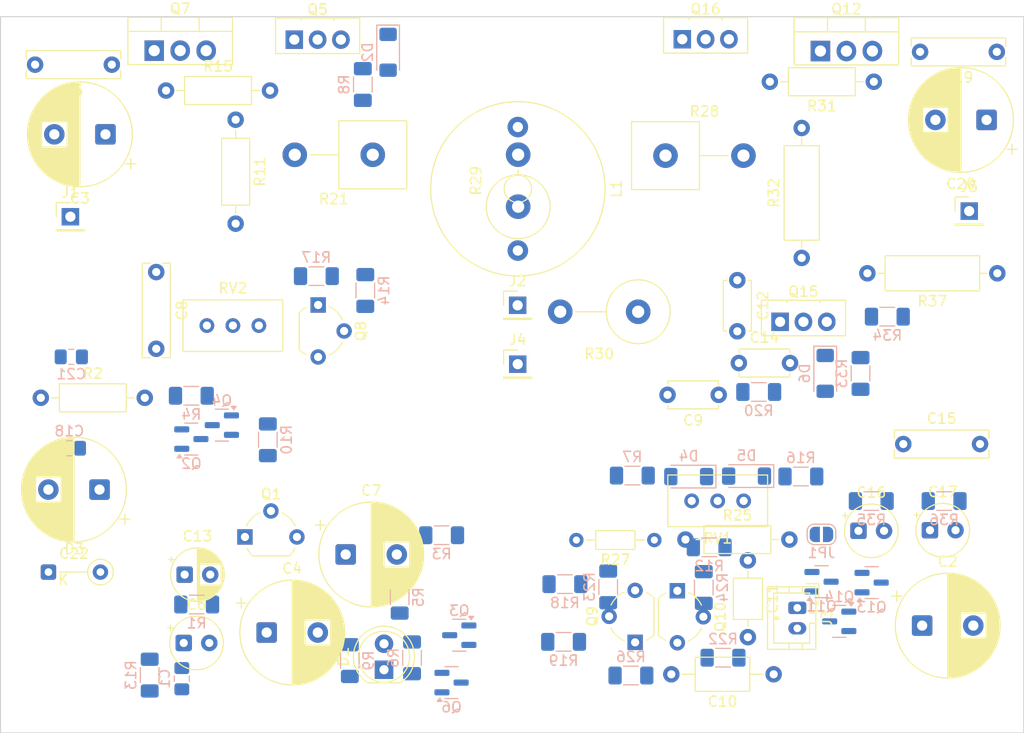
<source format=kicad_pcb>
(kicad_pcb (version 20241229) (generator "pcbnew") (generator_version "9.0")
  (layers (0 "F.Cu" signal) (2 "B.Cu" signal) (13 "F.Paste" user) (15 "B.Paste" user) (5 "F.SilkS" user "F.Silkscreen") (7 "B.SilkS" user "B.Silkscreen") (1 "F.Mask" user) (3 "B.Mask" user) (25 "Edge.Cuts" user))
  (net 0 "")
  (net 1 "GND")
  (net 2 "Net-(Q2-B)")
  (net 3 "Net-(J3-Pin_2)")
  (net 4 "Net-(Q6-C)")
  (net 5 "Net-(Q7-E)")
  (net 6 "Net-(Q9-E)")
  (net 7 "Net-(C13-Pad1)")
  (net 8 "Net-(Q3-C)")
  (net 9 "Net-(D1-K)")
  (net 10 "Net-(Q1-E)")
  (net 11 "/VCC+")
  (net 12 "Net-(Q2-C)")
  (net 13 "Net-(Q3-E)")
  (net 14 "Net-(Q4-C)")
  (net 15 "Net-(JP1-B)")
  (net 16 "Net-(Q8-B)")
  (net 17 "Net-(D3-K)")
  (net 18 "/+15V")
  (net 19 "Net-(J2-Pin_1)")
  (net 20 "Net-(Q12-E)")
  (net 21 "Net-(Q12-B)")
  (net 22 "Net-(Q13-E)")
  (net 23 "Net-(Q14-E)")
  (net 24 "Net-(Q15-E)")
  (net 25 "Net-(JP1-A)")
  (net 26 "/VCC")
  (net 27 "Net-(Q6-B)")
  (net 28 "Net-(D6-K)")
  (net 29 "/FB_SUM")
  (net 30 "Net-(C9-Pad1)")
  (net 31 "Net-(C10-Pad2)")
  (net 32 "Net-(C11-Pad1)")
  (net 33 "Net-(C12-Pad1)")
  (net 34 "Net-(D6-A)")
  (net 35 "Net-(C15-Pad1)")
  (net 36 "/VC+")
  (net 37 "/VEE")
  (net 38 "Net-(D2-A)")
  (net 39 "Net-(D4-A)")
  (net 40 "Net-(D5-K)")
  (net 41 "Net-(Q5-B)")
  (net 42 "Net-(Q5-E)")
  (net 43 "Net-(Q9-B)")
  (net 44 "Net-(Q10-B)")
  (net 45 "Net-(Q10-E)")
  (net 46 "Net-(Q15-B)")
  (net 47 "Net-(Q16-B)")
  (net 48 "Net-(R12-Pad1)")
  (net 49 "Net-(R17-Pad2)")
  (net 50 "/VE-")
  (net 51 "/VEE-")
  (footprint "Capacitor_THT:C_Rect_L9.0mm_W2.5mm_P7.50mm_MKT" (layer "F.Cu") (at 190.37 81.44 180)
    (property "Reference" "C19" (at 3.75 -2.5 0) (layer "F.SilkS"))
    (property "Value" "100n")
    (pad "1" thru_hole circle (at 0 0 180) (size 1.6 1.6) (drill 0.8) (layers "*.Cu" "*.Mask") (net 1 "GND"))
    (pad "2" thru_hole circle (at 7.5 0 180) (size 1.6 1.6) (drill 0.8) (layers "*.Cu" "*.Mask") (net 51 "/VEE-"))
  )
  (footprint "Capacitor_THT:CP_Radial_D5.0mm_P2.50mm" (layer "F.Cu") (at 110.994888 132.53)
    (property "Reference" "C13" (at 1.25 -3.75 0) (layer "F.SilkS"))
    (property "Value" "100u/25V")
    (pad "1" thru_hole roundrect (at 0 0) (size 1.6 1.6) (drill 0.8) (layers "*.Cu" "*.Mask") (roundrect_rratio 0.15625) (net 7 "Net-(C13-Pad1)"))
    (pad "2" thru_hole circle (at 2.5 0) (size 1.6 1.6) (drill 0.8) (layers "*.Cu" "*.Mask") (net 1 "GND"))
  )
  (footprint "Package_TO_SOT_THT:TO-126-3_Vertical" (layer "F.Cu") (at 169.19 107.825)
    (property "Reference" "Q15" (at 2.28 -2.95 0) (layer "F.SilkS"))
    (property "Value" "BF459")
    (pad "1" thru_hole rect (at 0 0) (size 1.71 1.8) (drill 1) (layers "*.Cu" "*.Mask") (net 24 "Net-(Q15-E)"))
    (pad "2" thru_hole oval (at 2.28 0) (size 1.71 1.8) (drill 1) (layers "*.Cu" "*.Mask") (net 28 "Net-(D6-K)"))
    (pad "3" thru_hole oval (at 4.56 0) (size 1.71 1.8) (drill 1) (layers "*.Cu" "*.Mask") (net 46 "Net-(Q15-B)"))
  )
  (footprint "Resistor_THT:R_Axial_Power_L20.0mm_W6.4mm_P7.62mm_Vertical" (layer "F.Cu") (at 129.38 91.5 180)
    (property "Reference" "R21" (at 3.81 -4.32 0) (layer "F.SilkS"))
    (property "Value" "0.47")
    (pad "1" thru_hole circle (at 0 0 180) (size 2.4 2.4) (drill 1.2) (layers "*.Cu" "*.Mask") (net 33 "Net-(C12-Pad1)"))
    (pad "2" thru_hole circle (at 7.62 0 180) (size 2.4 2.4) (drill 1.2) (layers "*.Cu" "*.Mask") (net 5 "Net-(Q7-E)"))
  )
  (footprint "Capacitor_THT:C_Disc_D4.7mm_W2.5mm_P5.00mm" (layer "F.Cu") (at 163.19 114.96 180)
    (property "Reference" "C9" (at 2.5 -2.5 0) (layer "F.SilkS"))
    (property "Value" "2p2")
    (pad "1" thru_hole circle (at 0 0 180) (size 1.6 1.6) (drill 0.8) (layers "*.Cu" "*.Mask") (net 30 "Net-(C9-Pad1)"))
    (pad "2" thru_hole circle (at 5 0 180) (size 1.6 1.6) (drill 0.8) (layers "*.Cu" "*.Mask") (net 29 "/FB_SUM"))
  )
  (footprint "Diode_THT:D_DO-34_SOD68_P5.08mm_Vertical_KathodeUp" (layer "F.Cu") (at 97.68467 132.28)
    (property "Reference" "D3" (at 2.54 -2.25566 0) (layer "F.SilkS"))
    (property "Value" "16V")
    (fp_text user "K" (at 1.45 0.75 0) (layer "F.SilkS"))
    (pad "1" thru_hole roundrect (at 0 0) (size 1.5 1.5) (drill 0.75) (layers "*.Cu" "*.Mask") (roundrect_rratio 0.166667) (net 17 "Net-(D3-K)"))
    (pad "2" thru_hole circle (at 5.08 0) (size 1.5 1.5) (drill 0.75) (layers "*.Cu" "*.Mask") (net 1 "GND"))
  )
  (footprint "LED_THT:LED_D5.0mm" (layer "F.Cu") (at 130.48 141.825 90)
    (property "Reference" "D1" (at 1.27 -3.96 90) (layer "F.SilkS"))
    (property "Value" "LED_Small")
    (pad "1" thru_hole rect (at 0 0 90) (size 1.8 1.8) (drill 0.9) (layers "*.Cu" "*.Mask") (net 9 "Net-(D1-K)"))
    (pad "2" thru_hole circle (at 2.54 0 90) (size 1.8 1.8) (drill 0.9) (layers "*.Cu" "*.Mask") (net 18 "/+15V"))
  )
  (footprint "Capacitor_THT:CP_Radial_D10.0mm_P5.00mm" (layer "F.Cu") (at 102.677677 124.22 180)
    (property "Reference" "C22" (at 2.5 -6.25 0) (layer "F.SilkS"))
    (property "Value" "470u/35V")
    (pad "1" thru_hole roundrect (at 0 0 180) (size 2 2) (drill 1) (layers "*.Cu" "*.Mask") (roundrect_rratio 0.125) (net 1 "GND"))
    (pad "2" thru_hole circle (at 5 0 180) (size 2 2) (drill 1) (layers "*.Cu" "*.Mask") (net 50 "/VE-"))
  )
  (footprint "Package_TO_SOT_THT:TO-92_Wide" (layer "F.Cu") (at 124.04 106.18 -90)
    (property "Reference" "Q8" (at 2.55 -4.19 90) (layer "F.SilkS"))
    (property "Value" "BC237")
    (pad "1" thru_hole rect (at 0 0 270) (size 1.5 1.5) (drill 0.8) (layers "*.Cu" "*.Mask") (net 14 "Net-(Q4-C)"))
    (pad "2" thru_hole circle (at 2.54 -2.54 270) (size 1.5 1.5) (drill 0.8) (layers "*.Cu" "*.Mask") (net 16 "Net-(Q8-B)"))
    (pad "3" thru_hole circle (at 5.08 0 270) (size 1.5 1.5) (drill 0.8) (layers "*.Cu" "*.Mask") (net 28 "Net-(D6-K)"))
  )
  (footprint "Capacitor_THT:CP_Radial_D10.0mm_P5.00mm" (layer "F.Cu") (at 183.072323 137.51)
    (property "Reference" "C2" (at 2.5 -6.25 0) (layer "F.SilkS"))
    (property "Value" "470u/16V")
    (pad "1" thru_hole roundrect (at 0 0) (size 2 2) (drill 1) (layers "*.Cu" "*.Mask") (roundrect_rratio 0.125) (net 18 "/+15V"))
    (pad "2" thru_hole circle (at 5 0) (size 2 2) (drill 1) (layers "*.Cu" "*.Mask") (net 1 "GND"))
  )
  (footprint "Capacitor_THT:C_Disc_D4.7mm_W2.5mm_P5.00mm" (layer "F.Cu") (at 165.01 103.75 -90)
    (property "Reference" "C12" (at 2.5 -2.5 90) (layer "F.SilkS"))
    (property "Value" "8p2")
    (pad "1" thru_hole circle (at 0 0 270) (size 1.6 1.6) (drill 0.8) (layers "*.Cu" "*.Mask") (net 33 "Net-(C12-Pad1)"))
    (pad "2" thru_hole circle (at 5 0 270) (size 1.6 1.6) (drill 0.8) (layers "*.Cu" "*.Mask") (net 34 "Net-(D6-A)"))
  )
  (footprint "Capacitor_THT:CP_Radial_D10.0mm_P5.00mm" (layer "F.Cu") (at 189.367677 88.09 180)
    (property "Reference" "C20" (at 2.5 -6.25 0) (layer "F.SilkS"))
    (property "Value" "470u/35V")
    (pad "1" thru_hole roundrect (at 0 0 180) (size 2 2) (drill 1) (layers "*.Cu" "*.Mask") (roundrect_rratio 0.125) (net 1 "GND"))
    (pad "2" thru_hole circle (at 5 0 180) (size 2 2) (drill 1) (layers "*.Cu" "*.Mask") (net 51 "/VEE-"))
  )
  (footprint "Resistor_THT:R_Axial_DIN0617_L17.0mm_D6.0mm_P5.08mm_Vertical" (layer "F.Cu") (at 143.59 96.57 90)
    (property "Reference" "R29" (at 2.54 -4.12 90) (layer "F.SilkS"))
    (property "Value" "10")
    (pad "1" thru_hole circle (at 0 0 90) (size 2.4 2.4) (drill 1.2) (layers "*.Cu" "*.Mask") (net 19 "Net-(J2-Pin_1)"))
    (pad "2" thru_hole circle (at 5.08 0 90) (size 2.4 2.4) (drill 1.2) (layers "*.Cu" "*.Mask") (net 33 "Net-(C12-Pad1)"))
  )
  (footprint "Resistor_THT:R_Axial_DIN0207_L6.3mm_D2.5mm_P10.16mm_Horizontal" (layer "F.Cu") (at 159.94 129.1)
    (property "Reference" "R25" (at 5.08 -2.37 0) (layer "F.SilkS"))
    (property "Value" "56k")
    (pad "1" thru_hole circle (at 0 0) (size 1.6 1.6) (drill 0.8) (layers "*.Cu" "*.Mask") (net 29 "/FB_SUM"))
    (pad "2" thru_hole circle (at 10.16 0) (size 1.6 1.6) (drill 0.8) (layers "*.Cu" "*.Mask") (net 33 "Net-(C12-Pad1)"))
  )
  (footprint "Resistor_THT:R_Axial_DIN0309_L9.0mm_D3.2mm_P12.70mm_Horizontal" (layer "F.Cu") (at 171.3 101.58 90)
    (property "Reference" "R32" (at 6.35 -2.72 90) (layer "F.SilkS"))
    (property "Value" "100")
    (pad "1" thru_hole circle (at 0 0 90) (size 1.6 1.6) (drill 0.8) (layers "*.Cu" "*.Mask") (net 28 "Net-(D6-K)"))
    (pad "2" thru_hole circle (at 12.7 0 90) (size 1.6 1.6) (drill 0.8) (layers "*.Cu" "*.Mask") (net 47 "Net-(Q16-B)"))
  )
  (footprint "Capacitor_THT:C_Rect_L9.0mm_W2.5mm_P7.50mm_MKT" (layer "F.Cu") (at 103.88 82.69 180)
    (property "Reference" "C5" (at 3.75 -2.5 0) (layer "F.SilkS"))
    (property "Value" "100n")
    (pad "1" thru_hole circle (at 0 0 180) (size 1.6 1.6) (drill 0.8) (layers "*.Cu" "*.Mask") (net 11 "/VCC+"))
    (pad "2" thru_hole circle (at 7.5 0 180) (size 1.6 1.6) (drill 0.8) (layers "*.Cu" "*.Mask") (net 1 "GND"))
  )
  (footprint "Inductor_THT:L_Radial_D16.8mm_P12.07mm_Vishay_IHB-1" (layer "F.Cu") (at 143.56 88.79 -90)
    (property "Reference" "L1" (at 6.035 -9.65 90) (layer "F.SilkS"))
    (property "Value" "4u7")
    (pad "1" thru_hole circle (at 0 0 270) (size 2 2) (drill 1) (layers "*.Cu" "*.Mask") (net 33 "Net-(C12-Pad1)"))
    (pad "2" thru_hole circle (at 12.07 0 270) (size 2 2) (drill 1) (layers "*.Cu" "*.Mask") (net 19 "Net-(J2-Pin_1)"))
  )
  (footprint "Package_TO_SOT_THT:TO-92_Wide" (layer "F.Cu") (at 159.15 134.11 -90)
    (property "Reference" "Q10" (at 2.55 -4.19 90) (layer "F.SilkS"))
    (property "Value" "BC560C")
    (pad "1" thru_hole rect (at 0 0 270) (size 1.5 1.5) (drill 0.8) (layers "*.Cu" "*.Mask") (net 15 "Net-(JP1-B)"))
    (pad "2" thru_hole circle (at 2.54 -2.54 270) (size 1.5 1.5) (drill 0.8) (layers "*.Cu" "*.Mask") (net 44 "Net-(Q10-B)"))
    (pad "3" thru_hole circle (at 5.08 0 270) (size 1.5 1.5) (drill 0.8) (layers "*.Cu" "*.Mask") (net 45 "Net-(Q10-E)"))
  )
  (footprint "Resistor_THT:R_Axial_DIN0207_L6.3mm_D2.5mm_P10.16mm_Horizontal" (layer "F.Cu") (at 178.35 84.36 180)
    (property "Reference" "R31" (at 5.08 -2.37 0) (layer "F.SilkS"))
    (property "Value" "100")
    (pad "1" thru_hole circle (at 0 0 180) (size 1.6 1.6) (drill 0.8) (layers "*.Cu" "*.Mask") (net 20 "Net-(Q12-E)"))
    (pad "2" thru_hole circle (at 10.16 0 180) (size 1.6 1.6) (drill 0.8) (layers "*.Cu" "*.Mask") (net 21 "Net-(Q12-B)"))
  )
  (footprint "Connector_PinHeader_2.54mm:PinHeader_1x01_P2.54mm_Vertical" (layer "F.Cu") (at 187.67 97)
    (property "Reference" "J5" (at 0 -2.38 0) (layer "F.SilkS"))
    (property "Value" "-VEE")
    (pad "1" thru_hole rect (at 0 0) (size 1.7 1.7) (drill 1) (layers "*.Cu" "*.Mask") (net 51 "/VEE-"))
  )
  (footprint "Package_TO_SOT_THT:TO-126-3_Vertical" (layer "F.Cu") (at 121.71 80.245)
    (property "Reference" "Q5" (at 2.28 -2.95 0) (layer "F.SilkS"))
    (property "Value" "BD139")
    (pad "1" thru_hole rect (at 0 0) (size 1.71 1.8) (drill 1) (layers "*.Cu" "*.Mask") (net 42 "Net-(Q5-E)"))
    (pad "2" thru_hole oval (at 2.28 0) (size 1.71 1.8) (drill 1) (layers "*.Cu" "*.Mask") (net 11 "/VCC+"))
    (pad "3" thru_hole oval (at 4.56 0) (size 1.71 1.8) (drill 1) (layers "*.Cu" "*.Mask") (net 41 "Net-(Q5-B)"))
  )
  (footprint "Connector_PinHeader_2.54mm:PinHeader_1x01_P2.54mm_Vertical" (layer "F.Cu") (at 143.55 111.96)
    (property "Reference" "J4" (at 0 -2.38 0) (layer "F.SilkS"))
    (property "Value" "GND")
    (pad "1" thru_hole rect (at 0 0) (size 1.7 1.7) (drill 1) (layers "*.Cu" "*.Mask") (net 1 "GND"))
  )
  (footprint "Resistor_THT:R_Axial_DIN0617_L17.0mm_D6.0mm_P7.62mm_Vertical" (layer "F.Cu") (at 155.32 106.84 180)
    (property "Reference" "R30" (at 3.81 -4.12 0) (layer "F.SilkS"))
    (property "Value" "10")
    (pad "1" thru_hole circle (at 0 0 180) (size 2.4 2.4) (drill 1.2) (layers "*.Cu" "*.Mask") (net 35 "Net-(C15-Pad1)"))
    (pad "2" thru_hole circle (at 7.62 0 180) (size 2.4 2.4) (drill 1.2) (layers "*.Cu" "*.Mask") (net 19 "Net-(J2-Pin_1)"))
  )
  (footprint "Resistor_THT:R_Axial_DIN0309_L9.0mm_D3.2mm_P12.70mm_Horizontal" (layer "F.Cu") (at 190.42 103.08 180)
    (property "Reference" "R37" (at 6.35 -2.72 0) (layer "F.SilkS"))
    (property "Value" "10")
    (pad "1" thru_hole circle (at 0 0 180) (size 1.6 1.6) (drill 0.8) (layers "*.Cu" "*.Mask") (net 51 "/VEE-"))
    (pad "2" thru_hole circle (at 12.7 0 180) (size 1.6 1.6) (drill 0.8) (layers "*.Cu" "*.Mask") (net 50 "/VE-"))
  )
  (footprint "Package_TO_SOT_THT:TO-220-3_Vertical" (layer "F.Cu") (at 173.13 81.36)
    (property "Reference" "Q12" (at 2.54 -4.1 0) (layer "F.SilkS"))
    (property "Value" "BD912")
    (pad "1" thru_hole rect (at 0 0) (size 1.905 2) (drill 1.1) (layers "*.Cu" "*.Mask") (net 21 "Net-(Q12-B)"))
    (pad "2" thru_hole oval (at 2.54 0) (size 1.905 2) (drill 1.1) (layers "*.Cu" "*.Mask") (net 51 "/VEE-"))
    (pad "3" thru_hole oval (at 5.08 0) (size 1.905 2) (drill 1.1) (layers "*.Cu" "*.Mask") (net 20 "Net-(Q12-E)"))
  )
  (footprint "Connector_JST:JST_PH_B2B-PH-K_1x02_P2.00mm_Vertical" (layer "F.Cu") (at 170.87 135.78 -90)
    (property "Reference" "J3" (at 1 -2.9 90) (layer "F.SilkS"))
    (property "Value" "INPUT")
    (pad "1" thru_hole roundrect (at 0 0 270) (size 1.2 1.75) (drill 0.75) (layers "*.Cu" "*.Mask") (roundrect_rratio 0.208333) (net 1 "GND"))
    (pad "2" thru_hole oval (at 2 0 270) (size 1.2 1.75) (drill 0.75) (layers "*.Cu" "*.Mask") (net 3 "Net-(J3-Pin_2)"))
  )
  (footprint "Connector_PinHeader_2.54mm:PinHeader_1x01_P2.54mm_Vertical" (layer "F.Cu") (at 143.54 106.21)
    (property "Reference" "J2" (at 0 -2.38 0) (layer "F.SilkS"))
    (property "Value" "OUT")
    (pad "1" thru_hole rect (at 0 0) (size 1.7 1.7) (drill 1) (layers "*.Cu" "*.Mask") (net 19 "Net-(J2-Pin_1)"))
  )
  (footprint "Capacitor_THT:CP_Radial_D10.0mm_P5.00mm" (layer "F.Cu") (at 126.732323 130.56)
    (property "Reference" "C7" (at 2.5 -6.25 0) (layer "F.SilkS"))
    (property "Value" "220u/16V")
    (pad "1" thru_hole roundrect (at 0 0) (size 2 2) (drill 1) (layers "*.Cu" "*.Mask") (roundrect_rratio 0.125) (net 17 "Net-(D3-K)"))
    (pad "2" thru_hole circle (at 5 0) (size 2 2) (drill 1) (layers "*.Cu" "*.Mask") (net 1 "GND"))
  )
  (footprint "Resistor_THT:R_Axial_DIN0207_L6.3mm_D2.5mm_P10.16mm_Horizontal" (layer "F.Cu") (at 115.98 88.07 -90)
    (property "Reference" "R11" (at 5.08 -2.37 90) (layer "F.SilkS"))
    (property "Value" "100")
    (pad "1" thru_hole circle (at 0 0 270) (size 1.6 1.6) (drill 0.8) (layers "*.Cu" "*.Mask") (net 41 "Net-(Q5-B)"))
    (pad "2" thru_hole circle (at 10.16 0 270) (size 1.6 1.6) (drill 0.8) (layers "*.Cu" "*.Mask") (net 14 "Net-(Q4-C)"))
  )
  (footprint "Resistor_THT:R_Axial_DIN0207_L6.3mm_D2.5mm_P10.16mm_Horizontal" (layer "F.Cu") (at 109.18 85.22)
    (property "Reference" "R15" (at 5.08 -2.37 0) (layer "F.SilkS"))
    (property "Value" "100")
    (pad "1" thru_hole circle (at 0 0) (size 1.6 1.6) (drill 0.8) (layers "*.Cu" "*.Mask") (net 42 "Net-(Q5-E)"))
    (pad "2" thru_hole circle (at 10.16 0) (size 1.6 1.6) (drill 0.8) (layers "*.Cu" "*.Mask") (net 5 "Net-(Q7-E)"))
  )
  (footprint "Resistor_THT:R_Axial_DIN0204_L3.6mm_D1.6mm_P7.62mm_Horizontal" (layer "F.Cu") (at 156.9 129.15 180)
    (property "Reference" "R27" (at 3.81 -1.92 0) (layer "F.SilkS"))
    (property "Value" "3k9")
    (pad "1" thru_hole circle (at 0 0 180) (size 1.4 1.4) (drill 0.7) (layers "*.Cu" "*.Mask") (net 29 "/FB_SUM"))
    (pad "2" thru_hole circle (at 7.62 0 180) (size 1.4 1.4) (drill 0.7) (layers "*.Cu" "*.Mask") (net 7 "Net-(C13-Pad1)"))
  )
  (footprint "Package_TO_SOT_THT:TO-126-3_Vertical" (layer "F.Cu") (at 159.63 80.205)
    (property "Reference" "Q16" (at 2.28 -2.95 0) (layer "F.SilkS"))
    (property "Value" "BD140")
    (pad "1" thru_hole rect (at 0 0) (size 1.71 1.8) (drill 1) (layers "*.Cu" "*.Mask") (net 21 "Net-(Q12-B)"))
    (pad "2" thru_hole oval (at 2.28 0) (size 1.71 1.8) (drill 1) (layers "*.Cu" "*.Mask") (net 51 "/VEE-"))
    (pad "3" thru_hole oval (at 4.56 0) (size 1.71 1.8) (drill 1) (layers "*.Cu" "*.Mask") (net 47 "Net-(Q16-B)"))
  )
  (footprint "Resistor_THT:R_Axial_Power_L20.0mm_W6.4mm_P7.62mm_Vertical" (layer "F.Cu") (at 157.99 91.58)
    (property "Reference" "R28" (at 3.81 -4.32 0) (layer "F.SilkS"))
    (property "Value" "0.47")
    (pad "1" thru_hole circle (at 0 0) (size 2.4 2.4) (drill 1.2) (layers "*.Cu" "*.Mask") (net 33 "Net-(C12-Pad1)"))
    (pad "2" thru_hole circle (at 7.62 0) (size 2.4 2.4) (drill 1.2) (layers "*.Cu" "*.Mask") (net 20 "Net-(Q12-E)"))
  )
  (footprint "Package_TO_SOT_THT:TO-92_Wide" (layer "F.Cu") (at 116.89 128.85)
    (property "Reference" "Q1" (at 2.55 -4.19 0) (layer "F.SilkS"))
    (property "Value" "BC237")
    (pad "1" thru_hole rect (at 0 0) (size 1.5 1.5) (drill 0.8) (layers "*.Cu" "*.Mask") (net 36 "/VC+"))
    (pad "2" thru_hole circle (at 2.54 -2.54) (size 1.5 1.5) (drill 0.8) (layers "*.Cu" "*.Mask") (net 17 "Net-(D3-K)"))
    (pad "3" thru_hole circle (at 5.08 0) (size 1.5 1.5) (drill 0.8) (layers "*.Cu" "*.Mask") (net 10 "Net-(Q1-E)"))
  )
  (footprint "Connector_PinHeader_2.54mm:PinHeader_1x01_P2.54mm_Vertical" (layer "F.Cu") (at 99.83 97.55)
    (property "Reference" "J1" (at 0 -2.38 0) (layer "F.SilkS"))
    (property "Value" "+VCC")
    (pad "1" thru_hole rect (at 0 0) (size 1.7 1.7) (drill 1) (layers "*.Cu" "*.Mask") (net 11 "/VCC+"))
  )
  (footprint "Capacitor_THT:CP_Radial_Tantal_D5.0mm_P2.50mm" (layer "F.Cu") (at 183.834888 128.19)
    (property "Reference" "C17" (at 1.25 -3.75 0) (layer "F.SilkS"))
    (property "Value" "33u/25V")
    (pad "1" thru_hole roundrect (at 0 0) (size 1.6 1.6) (drill 0.8) (layers "*.Cu" "*.Mask") (roundrect_rratio 0.15625) (net 23 "Net-(Q14-E)"))
    (pad "2" thru_hole circle (at 2.5 0) (size 1.6 1.6) (drill 0.8) (layers "*.Cu" "*.Mask") (net 50 "/VE-"))
  )
  (footprint "Capacitor_THT:CP_Radial_D10.0mm_P5.00mm" (layer "F.Cu") (at 103.257677 89.5 180)
    (property "Reference" "C3" (at 2.5 -6.25 0) (layer "F.SilkS"))
    (property "Value" "470u/35V")
    (pad "1" thru_hole roundrect (at 0 0 180) (size 2 2) (drill 1) (layers "*.Cu" "*.Mask") (roundrect_rratio 0.125) (net 11 "/VCC+"))
    (pad "2" thru_hole circle (at 5 0 180) (size 2 2) (drill 1) (layers "*.Cu" "*.Mask") (net 1 "GND"))
  )
  (footprint "Capacitor_THT:CP_Radial_Tantal_D5.0mm_P2.50mm" (layer "F.Cu") (at 176.85 128.25)
    (property "Reference" "C16" (at 1.25 -3.75 0) (layer "F.SilkS"))
    (property "Value" "33u/25V")
    (pad "1" thru_hole roundrect (at 0 0) (size 1.6 1.6) (drill 0.8) (layers "*.Cu" "*.Mask") (roundrect_rratio 0.15625) (net 22 "Net-(Q13-E)"))
    (pad "2" thru_hole circle (at 2.5 0) (size 1.6 1.6) (drill 0.8) (layers "*.Cu" "*.Mask") (net 50 "/VE-"))
  )
  (footprint "Capacitor_THT:C_Disc_D4.7mm_W2.5mm_P5.00mm" (layer "F.Cu") (at 165.16 111.85)
    (property "Reference" "C14" (at 2.5 -2.5 0) (layer "F.SilkS"))
    (property "Value" "24p")
    (pad "1" thru_hole circle (at 0 0) (size 1.6 1.6) (drill 0.8) (layers "*.Cu" "*.Mask") (net 34 "Net-(D6-A)"))
    (pad "2" thru_hole circle (at 5 0) (size 1.6 1.6) (drill 0.8) (layers "*.Cu" "*.Mask") (net 28 "Net-(D6-K)"))
  )
  (footprint "Capacitor_THT:CP_Radial_Tantal_D5.0mm_P2.50mm" (layer "F.Cu") (at 110.904888 139.21)
    (property "Reference" "C6" (at 1.25 -3.75 0) (layer "F.SilkS"))
    (property "Value" "33u/25V")
    (pad "1" thru_hole roundrect (at 0 0) (size 1.6 1.6) (drill 0.8) (layers "*.Cu" "*.Mask") (roundrect_rratio 0.15625) (net 18 "/+15V"))
    (pad "2" thru_hole circle (at 2.5 0) (size 1.6 1.6) (drill 0.8) (layers "*.Cu" "*.Mask") (net 27 "Net-(Q6-B)"))
  )
  (footprint "Capacitor_THT:CP_Radial_D10.0mm_P5.00mm" (layer "F.Cu") (at 119.01 138.19)
    (property "Reference" "C4" (at 2.5 -6.25 0) (layer "F.SilkS"))
    (property "Value" "220u/35V")
    (pad "1" thru_hole roundrect (at 0 0) (size 2 2) (drill 1) (layers "*.Cu" "*.Mask") (roundrect_rratio 0.125) (net 36 "/VC+"))
    (pad "2" thru_hole circle (at 5 0) (size 2 2) (drill 1) (layers "*.Cu" "*.Mask") (net 1 "GND"))
  )
  (footprint "Capacitor_THT:C_Axial_L5.1mm_D3.1mm_P10.00mm_Horizontal" (layer "F.Cu") (at 168.56 142.27 180)
    (property "Reference" "C10" (at 5 -2.67 0) (layer "F.SilkS"))
    (property "Value" "2u2")
    (pad "1" thru_hole circle (at 0 0 180) (size 1.6 1.6) (drill 0.8) (layers "*.Cu" "*.Mask") (net 3 "Net-(J3-Pin_2)"))
    (pad "2" thru_hole circle (at 10 0 180) (size 1.6 1.6) (drill 0.8) (layers "*.Cu" "*.Mask") (net 31 "Net-(C10-Pad2)"))
  )
  (footprint "Package_TO_SOT_THT:TO-220-3_Vertical" (layer "F.Cu") (at 108.02 81.32)
    (property "Reference" "Q7" (at 2.54 -4.1 0) (layer "F.SilkS"))
    (property "Value" "BD911")
    (pad "1" thru_hole rect (at 0 0) (size 1.905 2) (drill 1.1) (layers "*.Cu" "*.Mask") (net 42 "Net-(Q5-E)"))
    (pad "2" thru_hole oval (at 2.54 0) (size 1.905 2) (drill 1.1) (layers "*.Cu" "*.Mask") (net 11 "/VCC+"))
    (pad "3" thru_hole oval (at 5.08 0) (size 1.905 2) (drill 1.1) (layers "*.Cu" "*.Mask") (net 5 "Net-(Q7-E)"))
  )
  (footprint "Potentiometer_THT:Potentiometer_Bourns_3296W_Vertical" (layer "F.Cu") (at 118.25 108.19)
    (property "Reference" "RV2" (at -2.54 -3.66 0) (layer "F.SilkS"))
    (property "Value" "500")
    (pad "1" thru_hole circle (at 0 0) (size 1.44 1.44) (drill 0.8) (layers "*.Cu" "*.Mask") (net 49 "Net-(R17-Pad2)"))
    (pad "2" thru_hole circle (at -2.54 0) (size 1.44 1.44) (drill 0.8) (layers "*.Cu" "*.Mask") (net 28 "Net-(D6-K)"))
    (pad "3" thru_hole circle (at -5.08 0) (size 1.44 1.44) (drill 0.8) (layers "*.Cu" "*.Mask") (net 28 "Net-(D6-K)"))
  )
  (footprint "Capacitor_THT:C_Rect_L9.0mm_W2.5mm_P7.50mm_MKT" (layer "F.Cu") (at 181.23 119.77)
    (property "Reference" "C15" (at 3.75 -2.5 0) (layer "F.SilkS"))
    (property "Value" "0.1u")
    (pad "1" thru_hole circle (at 0 0) (size 1.6 1.6) (drill 0.8) (layers "*.Cu" "*.Mask") (net 35 "Net-(C15-Pad1)"))
    (pad "2" thru_hole circle (at 7.5 0) (size 1.6 1.6) (drill 0.8) (layers "*.Cu" "*.Mask") (net 1 "GND"))
  )
  (footprint "Capacitor_THT:C_Axial_L3.8mm_D2.6mm_P7.50mm_Horizontal" (layer "F.Cu") (at 166.04 131.14 -90)
    (property "Reference" "C11" (at 3.75 -2.42 90) (layer "F.SilkS"))
    (property "Value" "2n7")
    (pad "1" thru_hole circle (at 0 0 270) (size 1.6 1.6) (drill 0.8) (layers "*.Cu" "*.Mask") (net 32 "Net-(C11-Pad1)"))
    (pad "2" thru_hole circle (at 7.5 0 270) (size 1.6 1.6) (drill 0.8) (layers "*.Cu" "*.Mask") (net 1 "GND"))
  )
  (footprint "Package_TO_SOT_THT:TO-92_Wide" (layer "F.Cu") (at 155.02 139.15 90)
    (property "Reference" "Q9" (at 2.55 -4.19 90) (layer "F.SilkS"))
    (property "Value" "BC560C")
    (pad "1" thru_hole rect (at 0 0 90) (size 1.5 1.5) (drill 0.8) (layers "*.Cu" "*.Mask") (net 34 "Net-(D6-A)"))
    (pad "2" thru_hole circle (at 2.54 -2.54 90) (size 1.5 1.5) (drill 0.8) (layers "*.Cu" "*.Mask") (net 43 "Net-(Q9-B)"))
    (pad "3" thru_hole circle (at 5.08 0 90) (size 1.5 1.5) (drill 0.8) (layers "*.Cu" "*.Mask") (net 6 "Net-(Q9-E)"))
  )
  (footprint "Resistor_THT:R_Axial_DIN0207_L6.3mm_D2.5mm_P10.16mm_Horizontal" (layer "F.Cu") (at 96.94 115.25)
    (property "Reference" "R2" (at 5.08 -2.37 0) (layer "F.SilkS"))
    (property "Value" "10")
    (pad "1" thru_hole circle (at 0 0) (size 1.6 1.6) (drill 0.8) (layers "*.Cu" "*.Mask") (net 11 "/VCC+"))
    (pad "2" thru_hole circle (at 10.16 0) (size 1.6 1.6) (drill 0.8) (layers "*.Cu" "*.Mask") (net 36 "/VC+"))
  )
  (footprint "Capacitor_THT:C_Rect_L9.0mm_W2.5mm_P7.50mm_MKT" (layer "F.Cu") (at 108.22 102.96 -90)
    (property "Reference" "C8" (at 3.75 -2.5 90) (layer "F.SilkS"))
    (property "Value" "0.68U/35v")
    (pad "1" thru_hole circle (at 0 0 270) (size 1.6 1.6) (drill 0.8) (layers "*.Cu" "*.Mask") (net 14 "Net-(Q4-C)"))
    (pad "2" thru_hole circle (at 7.5 0 270) (size 1.6 1.6) (drill 0.8) (layers "*.Cu" "*.Mask") (net 28 "Net-(D6-K)"))
  )
  (footprint "Potentiometer_THT:Potentiometer_Bourns_3296W_Vertical" (layer "F.Cu") (at 160.55 125.325 180)
    (property "Reference" "RV1" (at -2.54 -3.66 0) (layer "F.SilkS"))
    (property "Value" "5K")
    (pad "1" thru_hole circle (at 0 0 180) (size 1.44 1.44) (drill 0.8) (layers "*.Cu" "*.Mask") (net 39 "Net-(D4-A)"))
    (pad "2" thru_hole circle (at -2.54 0 180) (size 1.44 1.44) (drill 0.8) (layers "*.Cu" "*.Mask") (net 48 "Net-(R12-Pad1)"))
    (pad "3" thru_hole circle (at -5.08 0 180) (size 1.44 1.44) (drill 0.8) (layers "*.Cu" "*.Mask") (net 40 "Net-(D5-K)"))
  )
  (footprint "Resistor_SMD:R_1206_3216Metric_Pad1.30x1.75mm_HandSolder" (layer "B.Cu") (at 127.14 140.93 90)
    (property "Reference" "R9" (at 0 1.83 90) (layer "B.SilkS") (effects (justify mirror)))
    (property "Value" "560")
    (pad "1" smd roundrect (at -1.55 0 90) (size 1.3 1.75) (layers "B.Cu" "B.Mask" "B.Paste") (roundrect_rratio 0.192308) (net 9 "Net-(D1-K)"))
    (pad "2" smd roundrect (at 1.55 0 90) (size 1.3 1.75) (layers "B.Cu" "B.Mask" "B.Paste") (roundrect_rratio 0.192308) (net 27 "Net-(Q6-B)"))
  )
  (footprint "Resistor_SMD:R_1206_3216Metric_Pad1.30x1.75mm_HandSolder" (layer "B.Cu") (at 148.16 133.46)
    (property "Reference" "R18" (at 0 1.83 180) (layer "B.SilkS") (effects (justify mirror)))
    (property "Value" "68")
    (pad "1" smd roundrect (at -1.55 0) (size 1.3 1.75) (layers "B.Cu" "B.Mask" "B.Paste") (roundrect_rratio 0.192308) (net 4 "Net-(Q6-C)"))
    (pad "2" smd roundrect (at 1.55 0) (size 1.3 1.75) (layers "B.Cu" "B.Mask" "B.Paste") (roundrect_rratio 0.192308) (net 6 "Net-(Q9-E)"))
  )
  (footprint "Resistor_SMD:R_1206_3216Metric_Pad1.30x1.75mm_HandSolder" (layer "B.Cu") (at 128.65 104.76 90)
    (property "Reference" "R14" (at 0 1.83 90) (layer "B.SilkS") (effects (justify mirror)))
    (property "Value" "1k5")
    (pad "1" smd roundrect (at -1.55 0 90) (size 1.3 1.75) (layers "B.Cu" "B.Mask" "B.Paste") (roundrect_rratio 0.192308) (net 14 "Net-(Q4-C)"))
    (pad "2" smd roundrect (at 1.55 0 90) (size 1.3 1.75) (layers "B.Cu" "B.Mask" "B.Paste") (roundrect_rratio 0.192308) (net 16 "Net-(Q8-B)"))
  )
  (footprint "Capacitor_SMD:C_0805_2012Metric_Pad1.18x1.45mm_HandSolder" (layer "B.Cu") (at 110.72 142.7 -90)
    (property "Reference" "C1" (at 0 1.68 90) (layer "B.SilkS") (effects (justify mirror)))
    (property "Value" "100n")
    (pad "1" smd roundrect (at -1.0375 0 270) (size 1.175 1.45) (layers "B.Cu" "B.Mask" "B.Paste") (roundrect_rratio 0.212766) (net 18 "/+15V"))
    (pad "2" smd roundrect (at 1.0375 0 270) (size 1.175 1.45) (layers "B.Cu" "B.Mask" "B.Paste") (roundrect_rratio 0.212766) (net 1 "GND"))
  )
  (footprint "Diode_SMD:D_MiniMELF" (layer "B.Cu") (at 173.6 112.8625 -90)
    (property "Reference" "D6" (at 0 2 90) (layer "B.SilkS") (effects (justify mirror)))
    (property "Value" "LL4148")
    (pad "1" smd roundrect (at -1.75 0 270) (size 1.3 1.7) (layers "B.Cu" "B.Mask" "B.Paste") (roundrect_rratio 0.1923076923) (net 28 "Net-(D6-K)"))
    (pad "2" smd roundrect (at 1.75 0 270) (size 1.3 1.7) (layers "B.Cu" "B.Mask" "B.Paste") (roundrect_rratio 0.1923076923) (net 34 "Net-(D6-A)"))
  )
  (footprint "Diode_SMD:D_MiniMELF" (layer "B.Cu") (at 160.2575 122.95 180)
    (property "Reference" "D4" (at 0 2 0) (layer "B.SilkS") (effects (justify mirror)))
    (property "Value" "LL4148")
    (pad "1" smd roundrect (at -1.75 0 180) (size 1.3 1.7) (layers "B.Cu" "B.Mask" "B.Paste") (roundrect_rratio 0.1923076923) (net 1 "GND"))
    (pad "2" smd roundrect (at 1.75 0 180) (size 1.3 1.7) (layers "B.Cu" "B.Mask" "B.Paste") (roundrect_rratio 0.1923076923) (net 39 "Net-(D4-A)"))
  )
  (footprint "Resistor_SMD:R_1206_3216Metric_Pad1.30x1.75mm_HandSolder" (layer "B.Cu") (at 148.03 139.1)
    (property "Reference" "R19" (at 0 1.83 180) (layer "B.SilkS") (effects (justify mirror)))
    (property "Value" "68")
    (pad "1" smd roundrect (at -1.55 0) (size 1.3 1.75) (layers "B.Cu" "B.Mask" "B.Paste") (roundrect_rratio 0.192308) (net 4 "Net-(Q6-C)"))
    (pad "2" smd roundrect (at 1.55 0) (size 1.3 1.75) (layers "B.Cu" "B.Mask" "B.Paste") (roundrect_rratio 0.192308) (net 45 "Net-(Q10-E)"))
  )
  (footprint "Capacitor_SMD:C_0805_2012Metric_Pad1.18x1.45mm_HandSolder" (layer "B.Cu") (at 99.73 120.18 180)
    (property "Reference" "C18" (at 0 1.68 0) (layer "B.SilkS") (effects (justify mirror)))
    (property "Value" "100n")
    (pad "1" smd roundrect (at -1.0375 0 180) (size 1.175 1.45) (layers "B.Cu" "B.Mask" "B.Paste") (roundrect_rratio 0.212766) (net 1 "GND"))
    (pad "2" smd roundrect (at 1.0375 0 180) (size 1.175 1.45) (layers "B.Cu" "B.Mask" "B.Paste") (roundrect_rratio 0.212766) (net 50 "/VE-"))
  )
  (footprint "Resistor_SMD:R_1206_3216Metric_Pad1.30x1.75mm_HandSolder" (layer "B.Cu") (at 179.67 107.32)
    (property "Reference" "R34" (at 0 1.83 180) (layer "B.SilkS") (effects (justify mirror)))
    (property "Value" "82")
    (pad "1" smd roundrect (at -1.55 0) (size 1.3 1.75) (layers "B.Cu" "B.Mask" "B.Paste") (roundrect_rratio 0.192308) (net 50 "/VE-"))
    (pad "2" smd roundrect (at 1.55 0) (size 1.3 1.75) (layers "B.Cu" "B.Mask" "B.Paste") (roundrect_rratio 0.192308) (net 24 "Net-(Q15-E)"))
  )
  (footprint "Resistor_SMD:R_1206_3216Metric_Pad1.30x1.75mm_HandSolder" (layer "B.Cu") (at 154.61 142.39 180)
    (property "Reference" "R26" (at 0 1.83 0) (layer "B.SilkS") (effects (justify mirror)))
    (property "Value" "56k")
    (pad "1" smd roundrect (at -1.55 0 180) (size 1.3 1.75) (layers "B.Cu" "B.Mask" "B.Paste") (roundrect_rratio 0.192308) (net 31 "Net-(C10-Pad2)"))
    (pad "2" smd roundrect (at 1.55 0 180) (size 1.3 1.75) (layers "B.Cu" "B.Mask" "B.Paste") (roundrect_rratio 0.192308) (net 1 "GND"))
  )
  (footprint "Tranzystor_SMD:BC556R" (layer "B.Cu") (at 111.65 119.2825)
    (property "Reference" "Q2" (at 0 2.4 180) (layer "B.SilkS") (effects (justify mirror)))
    (property "Value" "BC856R")
    (pad "1" smd roundrect (at -0.9375 -0.95) (size 1.475 0.6) (layers "B.Cu" "B.Mask" "B.Paste") (net 2 "Net-(Q2-B)"))
    (pad "2" smd roundrect (at -0.9375 0.95) (size 1.475 0.6) (layers "B.Cu" "B.Mask" "B.Paste") (net 36 "/VC+"))
    (pad "3" smd roundrect (at 0.9375 0) (size 1.475 0.6) (layers "B.Cu" "B.Mask" "B.Paste") (net 12 "Net-(Q2-C)"))
  )
  (footprint "Resistor_SMD:R_1206_3216Metric_Pad1.30x1.75mm_HandSolder" (layer "B.Cu") (at 177.05 112.87 -90)
    (property "Reference" "R33" (at 0 1.83 90) (layer "B.SilkS") (effects (justify mirror)))
    (property "Value" "47")
    (pad "1" smd roundrect (at -1.55 0 270) (size 1.3 1.75) (layers "B.Cu" "B.Mask" "B.Paste") (roundrect_rratio 0.192308) (net 46 "Net-(Q15-B)"))
    (pad "2" smd roundrect (at 1.55 0 270) (size 1.3 1.75) (layers "B.Cu" "B.Mask" "B.Paste") (roundrect_rratio 0.192308) (net 34 "Net-(D6-A)"))
  )
  (footprint "Tranzystor_SMD:BC556R" (layer "B.Cu") (at 137.08 143.0825)
    (property "Reference" "Q6" (at 0 2.4 180) (layer "B.SilkS") (effects (justify mirror)))
    (property "Value" "BC856R")
    (pad "1" smd roundrect (at -0.9375 -0.95) (size 1.475 0.6) (layers "B.Cu" "B.Mask" "B.Paste") (net 27 "Net-(Q6-B)"))
    (pad "2" smd roundrect (at -0.9375 0.95) (size 1.475 0.6) (layers "B.Cu" "B.Mask" "B.Paste") (net 8 "Net-(Q3-C)"))
    (pad "3" smd roundrect (at 0.9375 0) (size 1.475 0.6) (layers "B.Cu" "B.Mask" "B.Paste") (net 4 "Net-(Q6-C)"))
  )
  (footprint "Package_TO_SOT_SMD:SOT-23" (layer "B.Cu") (at 178.1325 133.31)
    (property "Reference" "Q13" (at 0 2.4 180) (layer "B.SilkS") (effects (justify mirror)))
    (property "Value" "BC846")
    (pad "1" smd roundrect (at -0.9375 0.95) (size 1.475 0.6) (layers "B.Cu" "B.Mask" "B.Paste") (net 25 "Net-(JP1-A)"))
    (pad "2" smd roundrect (at -0.9375 -0.95) (size 1.475 0.6) (layers "B.Cu" "B.Mask" "B.Paste") (net 22 "Net-(Q13-E)"))
    (pad "3" smd roundrect (at 0.9375 0) (size 1.475 0.6) (layers "B.Cu" "B.Mask" "B.Paste") (net 34 "Net-(D6-A)"))
  )
  (footprint "Resistor_SMD:R_1206_3216Metric_Pad1.30x1.75mm_HandSolder" (layer "B.Cu") (at 167.1 114.68)
    (property "Reference" "R20" (at 0 1.83 180) (layer "B.SilkS") (effects (justify mirror)))
    (property "Value" "47")
    (pad "1" smd roundrect (at -1.55 0) (size 1.3 1.75) (layers "B.Cu" "B.Mask" "B.Paste") (roundrect_rratio 0.192308) (net 30 "Net-(C9-Pad1)"))
    (pad "2" smd roundrect (at 1.55 0) (size 1.3 1.75) (layers "B.Cu" "B.Mask" "B.Paste") (roundrect_rratio 0.192308) (net 28 "Net-(D6-K)"))
  )
  (footprint "Resistor_SMD:R_1206_3216Metric_Pad1.30x1.75mm_HandSolder" (layer "B.Cu") (at 171.22 122.94 180)
    (property "Reference" "R16" (at 0 1.83 0) (layer "B.SilkS") (effects (justify mirror)))
    (property "Value" "47K")
    (pad "1" smd roundrect (at -1.55 0 180) (size 1.3 1.75) (layers "B.Cu" "B.Mask" "B.Paste") (roundrect_rratio 0.192308) (net 37 "/VEE"))
    (pad "2" smd roundrect (at 1.55 0 180) (size 1.3 1.75) (layers "B.Cu" "B.Mask" "B.Paste") (roundrect_rratio 0.192308) (net 40 "Net-(D5-K)"))
  )
  (footprint "Resistor_SMD:R_1206_3216Metric_Pad1.30x1.75mm_HandSolder" (layer "B.Cu") (at 152.39 133.73 -90)
    (property "Reference" "R23" (at 0 1.83 90) (layer "B.SilkS") (effects (justify mirror)))
    (property "Value" "47")
    (pad "1" smd roundrect (at -1.55 0 270) (size 1.3 1.75) (layers "B.Cu" "B.Mask" "B.Paste") (roundrect_rratio 0.192308) (net 32 "Net-(C11-Pad1)"))
    (pad "2" smd roundrect (at 1.55 0 270) (size 1.3 1.75) (layers "B.Cu" "B.Mask" "B.Paste") (roundrect_rratio 0.192308) (net 43 "Net-(Q9-B)"))
  )
  (footprint "Resistor_SMD:R_1206_3216Metric_Pad1.30x1.75mm_HandSolder" (layer "B.Cu") (at 107.58 142.35 -90)
    (property "Reference" "R13" (at 0 1.83 90) (layer "B.SilkS") (effects (justify mirror)))
    (property "Value" "3k3")
    (pad "1" smd roundrect (at -1.55 0 270) (size 1.3 1.75) (layers "B.Cu" "B.Mask" "B.Paste") (roundrect_rratio 0.192308) (net 27 "Net-(Q6-B)"))
    (pad "2" smd roundrect (at 1.55 0 270) (size 1.3 1.75) (layers "B.Cu" "B.Mask" "B.Paste") (roundrect_rratio 0.192308) (net 1 "GND"))
  )
  (footprint "Resistor_SMD:R_1206_3216Metric_Pad1.30x1.75mm_HandSolder" (layer "B.Cu") (at 133.22 140.66 -90)
    (property "Reference" "R6" (at 0 1.83 90) (layer "B.SilkS") (effects (justify mirror)))
    (property "Value" "100k")
    (pad "1" smd roundrect (at -1.55 0 270) (size 1.3 1.75) (layers "B.Cu" "B.Mask" "B.Paste") (roundrect_rratio 0.192308) (net 18 "/+15V"))
    (pad "2" smd roundrect (at 1.55 0 270) (size 1.3 1.75) (layers "B.Cu" "B.Mask" "B.Paste") (roundrect_rratio 0.192308) (net 9 "Net-(D1-K)"))
  )
  (footprint "Tranzystor_SMD:BC556R" (layer "B.Cu") (at 114.6325 117.92 180)
    (property "Reference" "Q4" (at 0 2.4 0) (layer "B.SilkS") (effects (justify mirror)))
    (property "Value" "BC856R")
    (pad "1" smd roundrect (at -0.9375 -0.95 180) (size 1.475 0.6) (layers "B.Cu" "B.Mask" "B.Paste") (net 12 "Net-(Q2-C)"))
    (pad "2" smd roundrect (at -0.9375 0.95 180) (size 1.475 0.6) (layers "B.Cu" "B.Mask" "B.Paste") (net 2 "Net-(Q2-B)"))
    (pad "3" smd roundrect (at 0.9375 0 180) (size 1.475 0.6) (layers "B.Cu" "B.Mask" "B.Paste") (net 14 "Net-(Q4-C)"))
  )
  (footprint "Resistor_SMD:R_1206_3216Metric_Pad1.30x1.75mm_HandSolder" (layer "B.Cu") (at 154.75 122.85 180)
    (property "Reference" "R7" (at 0 1.83 0) (layer "B.SilkS") (effects (justify mirror)))
    (property "Value" "47K")
    (pad "1" smd roundrect (at -1.55 0 180) (size 1.3 1.75) (layers "B.Cu" "B.Mask" "B.Paste") (roundrect_rratio 0.192308) (net 39 "Net-(D4-A)"))
    (pad "2" smd roundrect (at 1.55 0 180) (size 1.3 1.75) (layers "B.Cu" "B.Mask" "B.Paste") (roundrect_rratio 0.192308) (net 26 "/VCC"))
  )
  (footprint "Diode_SMD:D_MiniMELF" (layer "B.Cu") (at 165.91 122.9 180)
    (property "Reference" "D5" (at 0 2 0) (layer "B.SilkS") (effects (justify mirror)))
    (property "Value" "LL4148")
    (pad "1" smd roundrect (at -1.75 0 180) (size 1.3 1.7) (layers "B.Cu" "B.Mask" "B.Paste") (roundrect_rratio 0.1923076923) (net 40 "Net-(D5-K)"))
    (pad "2" smd roundrect (at 1.75 0 180) (size 1.3 1.7) (layers "B.Cu" "B.Mask" "B.Paste") (roundrect_rratio 0.1923076923) (net 1 "GND"))
  )
  (footprint "Resistor_SMD:R_1206_3216Metric_Pad1.30x1.75mm_HandSolder" (layer "B.Cu") (at 161.73 133.79 90)
    (property "Reference" "R24" (at 0 1.83 90) (layer "B.SilkS") (effects (justify mirror)))
    (property "Value" "47")
    (pad "1" smd roundrect (at -1.55 0 90) (size 1.3 1.75) (layers "B.Cu" "B.Mask" "B.Paste") (roundrect_rratio 0.192308) (net 44 "Net-(Q10-B)"))
    (pad "2" smd roundrect (at 1.55 0 90) (size 1.3 1.75) (layers "B.Cu" "B.Mask" "B.Paste") (roundrect_rratio 0.192308) (net 29 "/FB_SUM"))
  )
  (footprint "Resistor_SMD:R_1206_3216Metric_Pad1.30x1.75mm_HandSolder" (layer "B.Cu") (at 128.41 84.63 -90)
    (property "Reference" "R8" (at 0 1.83 90) (layer "B.SilkS") (effects (justify mirror)))
    (property "Value" "47")
    (pad "1" smd roundrect (at -1.55 0 270) (size 1.3 1.75) (layers "B.Cu" "B.Mask" "B.Paste") (roundrect_rratio 0.192308) (net 38 "Net-(D2-A)"))
    (pad "2" smd roundrect (at 1.55 0 270) (size 1.3 1.75) (layers "B.Cu" "B.Mask" "B.Paste") (roundrect_rratio 0.192308) (net 14 "Net-(Q4-C)"))
  )
  (footprint "Resistor_SMD:R_1206_3216Metric_Pad1.30x1.75mm_HandSolder" (layer "B.Cu") (at 123.87 103.36 180)
    (property "Reference" "R17" (at 0 1.83 0) (layer "B.SilkS") (effects (justify mirror)))
    (property "Value" "470")
    (pad "1" smd roundrect (at -1.55 0 180) (size 1.3 1.75) (layers "B.Cu" "B.Mask" "B.Paste") (roundrect_rratio 0.192308) (net 16 "Net-(Q8-B)"))
    (pad "2" smd roundrect (at 1.55 0 180) (size 1.3 1.75) (layers "B.Cu" "B.Mask" "B.Paste") (roundrect_rratio 0.192308) (net 49 "Net-(R17-Pad2)"))
  )
  (footprint "Resistor_SMD:R_1206_3216Metric_Pad1.30x1.75mm_HandSolder" (layer "B.Cu") (at 119.125 119.35 90)
    (property "Reference" "R10" (at 0 1.83 90) (layer "B.SilkS") (effects (justify mirror)))
    (property "Value" "47K")
    (pad "1" smd roundrect (at -1.55 0 90) (size 1.3 1.75) (layers "B.Cu" "B.Mask" "B.Paste") (roundrect_rratio 0.192308) (net 12 "Net-(Q2-C)"))
    (pad "2" smd roundrect (at 1.55 0 90) (size 1.3 1.75) (layers "B.Cu" "B.Mask" "B.Paste") (roundrect_rratio 0.192308) (net 9 "Net-(D1-K)"))
  )
  (footprint "Package_TO_SOT_SMD:SOT-23" (layer "B.Cu") (at 173.24 133.2225)
    (property "Reference" "Q11" (at 0 2.4 0) (layer "B.SilkS") (effects (justify mirror)))
    (property "Value" "BC846")
    (pad "1" smd roundrect (at -0.9375 0.95) (size 1.475 0.6) (layers "B.Cu" "B.Mask" "B.Paste") (net 15 "Net-(JP1-B)"))
    (pad "2" smd roundrect (at -0.9375 -0.95) (size 1.475 0.6) (layers "B.Cu" "B.Mask" "B.Paste") (net 25 "Net-(JP1-A)"))
    (pad "3" smd roundrect (at 0.9375 0) (size 1.475 0.6) (layers "B.Cu" "B.Mask" "B.Paste") (net 1 "GND"))
  )
  (footprint "Resistor_SMD:R_1206_3216Metric_Pad1.30x1.75mm_HandSolder" (layer "B.Cu") (at 163.61 140.65 180)
    (property "Reference" "R22" (at 0 1.83 0) (layer "B.SilkS") (effects (justify mirror)))
    (property "Value" "820")
    (pad "1" smd roundrect (at -1.55 0 180) (size 1.3 1.75) (layers "B.Cu" "B.Mask" "B.Paste") (roundrect_rratio 0.192308) (net 31 "Net-(C10-Pad2)"))
    (pad "2" smd roundrect (at 1.55 0 180) (size 1.3 1.75) (layers "B.Cu" "B.Mask" "B.Paste") (roundrect_rratio 0.192308) (net 32 "Net-(C11-Pad1)"))
  )
  (footprint "Resistor_SMD:R_1206_3216Metric_Pad1.30x1.75mm_HandSolder" (layer "B.Cu") (at 185.22 125.34)
    (property "Reference" "R36" (at 0 1.83 180) (layer "B.SilkS") (effects (justify mirror)))
    (property "Value" "75")
    (pad "1" smd roundrect (at -1.55 0) (size 1.3 1.75) (layers "B.Cu" "B.Mask" "B.Paste") (roundrect_rratio 0.192308) (net 23 "Net-(Q14-E)"))
    (pad "2" smd roundrect (at 1.55 0) (size 1.3 1.75) (layers "B.Cu" "B.Mask" "B.Paste") (roundrect_rratio 0.192308) (net 50 "/VE-"))
  )
  (footprint "Tranzystor_SMD:BC556R" (layer "B.Cu") (at 137.8375 138.45 180)
    (property "Reference" "Q3" (at 0 2.4 0) (layer "B.SilkS") (effects (justify mirror)))
    (property "Value" "BC856R")
    (pad "1" smd roundrect (at -0.9375 -0.95 180) (size 1.475 0.6) (layers "B.Cu" "B.Mask" "B.Paste") (net 9 "Net-(D1-K)"))
    (pad "2" smd roundrect (at -0.9375 0.95 180) (size 1.475 0.6) (layers "B.Cu" "B.Mask" "B.Paste") (net 13 "Net-(Q3-E)"))
    (pad "3" smd roundrect (at 0.9375 0 180) (size 1.475 0.6) (layers "B.Cu" "B.Mask" "B.Paste") (net 8 "Net-(Q3-C)"))
  )
  (footprint "Resistor_SMD:R_1206_3216Metric_Pad1.30x1.75mm_HandSolder" (layer "B.Cu") (at 178.1 125.34)
    (property "Reference" "R35" (at 0 1.83 180) (layer "B.SilkS") (effects (justify mirror)))
    (property "Value" "75")
    (pad "1" smd roundrect (at -1.55 0) (size 1.3 1.75) (layers "B.Cu" "B.Mask" "B.Paste") (roundrect_rratio 0.192308) (net 22 "Net-(Q13-E)"))
    (pad "2" smd roundrect (at 1.55 0) (size 1.3 1.75) (layers "B.Cu" "B.Mask" "B.Paste") (roundrect_rratio 0.192308) (net 50 "/VE-"))
  )
  (footprint "Resistor_SMD:R_1206_3216Metric_Pad1.30x1.75mm_HandSolder" (layer "B.Cu") (at 132.01 134.74 90)
    (property "Reference" "R5" (at 0 1.83 90) (layer "B.SilkS") (effects (justify mirror)))
    (property "Value" "360")
    (pad "1" smd roundrect (at -1.55 0 90) (size 1.3 1.75) (layers "B.Cu" "B.Mask" "B.Paste") (roundrect_rratio 0.192308) (net 18 "/+15V"))
    (pad "2" smd roundrect (at 1.55 0 90) (size 1.3 1.75) (layers "B.Cu" "B.Mask" "B.Paste") (roundrect_rratio 0.192308) (net 13 "Net-(Q3-E)"))
  )
  (footprint "Resistor_SMD:R_1206_3216Metric_Pad1.30x1.75mm_HandSolder" (layer "B.Cu") (at 162.26 129.86)
    (property "Reference" "R12" (at 0 1.83 180) (layer "B.SilkS") (effects (justify mirror)))
    (property "Value" "100K")
    (pad "1" smd roundrect (at -1.55 0) (size 1.3 1.75) (layers "B.Cu" "B.Mask" "B.Paste") (roundrect_rratio 0.192308) (net 48 "Net-(R12-Pad1)"))
    (pad "2" smd roundrect (at 1.55 0) (size 1.3 1.75) (layers "B.Cu" "B.Mask" "B.Paste") (roundrect_rratio 0.192308) (net 29 "/FB_SUM"))
  )
  (footprint "Diode_SMD:D_MiniMELF" (layer "B.Cu") (at 130.88 81.4825 -90)
    (property "Reference" "D2" (at 0 2 90) (layer "B.SilkS") (effects (justify mirror)))
    (property "Value" "LL4148")
    (pad "1" smd roundrect (at -1.75 0 270) (size 1.3 1.7) (layers "B.Cu" "B.Mask" "B.Paste") (roundrect_rratio 0.1923076923) (net 11 "/VCC+"))
    (pad "2" smd roundrect (at 1.75 0 270) (size 1.3 1.7) (layers "B.Cu" "B.Mask" "B.Paste") (roundrect_rratio 0.1923076923) (net 38 "Net-(D2-A)"))
  )
  (footprint "Resistor_SMD:R_1206_3216Metric_Pad1.30x1.75mm_HandSolder" (layer "B.Cu") (at 111.65 115.05)
    (property "Reference" "R4" (at 0 1.83 180) (layer "B.SilkS") (effects (justify mirror)))
    (property "Value" "91")
    (pad "1" smd roundrect (at -1.55 0) (size 1.3 1.75) (layers "B.Cu" "B.Mask" "B.Paste") (roundrect_rratio 0.192308) (net 36 "/VC+"))
    (pad "2" smd roundrect (at 1.55 0) (size 1.3 1.75) (layers "B.Cu" "B.Mask" "B.Paste") (roundrect_rratio 0.192308) (net 2 "Net-(Q2-B)"))
  )
  (footprint "Resistor_SMD:R_1206_3216Metric_Pad1.30x1.75mm_HandSolder" (layer "B.Cu") (at 136.11 128.68)
    (property "Reference" "R3" (at 0 1.83 180) (layer "B.SilkS") (effects (justify mirror)))
    (property "Value" "2k")
    (pad "1" smd roundrect (at -1.55 0) (size 1.3 1.75) (layers "B.Cu" "B.Mask" "B.Paste") (roundrect_rratio 0.192308) (net 36 "/VC+"))
    (pad "2" smd roundrect (at 1.55 0) (size 1.3 1.75) (layers "B.Cu" "B.Mask" "B.Paste") (roundrect_rratio 0.192308) (net 17 "Net-(D3-K)"))
  )
  (footprint "Resistor_SMD:R_1206_3216Metric_Pad1.30x1.75mm_HandSolder" (layer "B.Cu") (at 112.17 135.45)
    (property "Reference" "R1" (at 0 1.83 180) (layer "B.SilkS") (effects (justify mirror)))
    (property "Value" "10")
    (pad "1" smd roundrect (at -1.55 0) (size 1.3 1.75) (layers "B.Cu" "B.Mask" "B.Paste") (roundrect_rratio 0.192308) (net 18 "/+15V"))
    (pad "2" smd roundrect (at 1.55 0) (size 1.3 1.75) (layers "B.Cu" "B.Mask" "B.Paste") (roundrect_rratio 0.192308) (net 10 "Net-(Q1-E)"))
  )
  (footprint "Capacitor_SMD:C_0805_2012Metric_Pad1.18x1.45mm_HandSolder" (layer "B.Cu") (at 99.92 111.25)
    (property "Reference" "C21" (at 0 1.68 180) (layer "B.SilkS") (effects (justify mirror)))
    (property "Value" "100n")
    (pad "1" smd roundrect (at -1.0375 0) (size 1.175 1.45) (layers "B.Cu" "B.Mask" "B.Paste") (roundrect_rratio 0.212766) (net 50 "/VE-"))
    (pad "2" smd roundrect (at 1.0375 0) (size 1.175 1.45) (layers "B.Cu" "B.Mask" "B.Paste") (roundrect_rratio 0.212766) (net 1 "GND"))
  )
  (footprint "Jumper:SolderJumper-2_P1.3mm_Open_RoundedPad1.0x1.5mm" (layer "B.Cu") (at 173.23 128.6)
    (property "Reference" "JP1" (at 0 1.8 180) (layer "B.SilkS") (effects (justify mirror)))
    (property "Value" "Jumper_2_Open")
    (pad "1" smd custom (at -0.65 0) (size 1 0.5) (layers "B.Cu" "B.Mask") (net 25 "Net-(JP1-A)") (options (clearance outline) (anchor rect)) (primitives (gr_circle (center 0 -0.25) (end 0.5 -0.25) (width 0) (fill yes)) (gr_circle (center 0 0.25) (end 0.5 0.25) (width 0) (fill yes)) (gr_poly (pts (xy 0.5 -0.75) (xy 0 -0.75) (xy 0 0.75) (xy 0.5 0.75)) (width 0) (fill yes))))
    (pad "2" smd custom (at 0.65 0) (size 1 0.5) (layers "B.Cu" "B.Mask") (net 15 "Net-(JP1-B)") (options (clearance outline) (anchor rect)) (primitives (gr_circle (center 0 -0.25) (end 0.5 -0.25) (width 0) (fill yes)) (gr_circle (center 0 0.25) (end 0.5 0.25) (width 0) (fill yes)) (gr_poly (pts (xy 0 -0.75) (xy -0.5 -0.75) (xy -0.5 0.75) (xy 0 0.75)) (width 0) (fill yes))))
  )
  (footprint "Package_TO_SOT_SMD:SOT-23" (layer "B.Cu") (at 174.97 137.0975 180)
    (property "Reference" "Q14" (at 0 2.4 0) (layer "B.SilkS") (effects (justify mirror)))
    (property "Value" "BC846")
    (pad "1" smd roundrect (at -0.9375 0.95 180) (size 1.475 0.6) (layers "B.Cu" "B.Mask" "B.Paste") (net 25 "Net-(JP1-A)"))
    (pad "2" smd roundrect (at -0.9375 -0.95 180) (size 1.475 0.6) (layers "B.Cu" "B.Mask" "B.Paste") (net 23 "Net-(Q14-E)"))
    (pad "3" smd roundrect (at 0.9375 0 180) (size 1.475 0.6) (layers "B.Cu" "B.Mask" "B.Paste") (net 15 "Net-(JP1-B)"))
  )
  (gr_rect (start 93 78) (end 193 148) (stroke (width 0.1)) (fill no) (layer "Edge.Cuts"))
)
</source>
